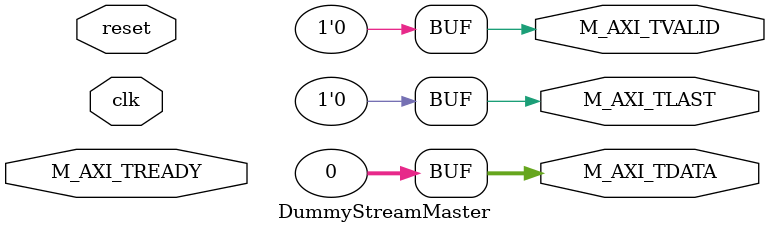
<source format=v>
module DummyStreamMaster #
(
    parameter integer DATA_WIDTH        = 32,
    parameter integer STORAGE_IDX_WIDTH = 10     //// 4 Kb
)
(
    // AXIS Master Interface load interface
    output  wire [DATA_WIDTH-1:0]     M_AXI_TDATA,
//    output  wire [DATA_WIDTH/8-1:0]   M_AXI_TKEEP,  // <= tkeep added
    output  wire                      M_AXI_TVALID,
    input   wire                      M_AXI_TREADY,
    output  wire                      M_AXI_TLAST,

    input   wire clk,
    input   wire reset
);

assign M_AXI_TDATA   = 0; // Dummy implementation, always output zero
//assign M_AXI_TKEEP   = 0; // Dummy implementation, always output zero
assign M_AXI_TVALID  = 1'b0; // Dummy implementation, always not valid
assign M_AXI_TLAST   = 1'b0; // Dummy implementation, always not last

endmodule

</source>
